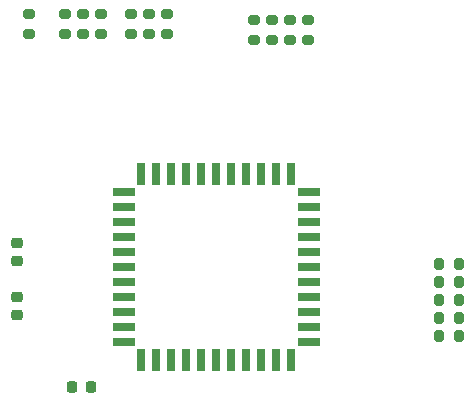
<source format=gtp>
G04 #@! TF.GenerationSoftware,KiCad,Pcbnew,(6.0.0)*
G04 #@! TF.CreationDate,2022-08-18T21:55:53-04:00*
G04 #@! TF.ProjectId,WD37C65 pi hat,57443337-4336-4352-9070-69206861742e,rev?*
G04 #@! TF.SameCoordinates,Original*
G04 #@! TF.FileFunction,Paste,Top*
G04 #@! TF.FilePolarity,Positive*
%FSLAX46Y46*%
G04 Gerber Fmt 4.6, Leading zero omitted, Abs format (unit mm)*
G04 Created by KiCad (PCBNEW (6.0.0)) date 2022-08-18 21:55:53*
%MOMM*%
%LPD*%
G01*
G04 APERTURE LIST*
G04 Aperture macros list*
%AMRoundRect*
0 Rectangle with rounded corners*
0 $1 Rounding radius*
0 $2 $3 $4 $5 $6 $7 $8 $9 X,Y pos of 4 corners*
0 Add a 4 corners polygon primitive as box body*
4,1,4,$2,$3,$4,$5,$6,$7,$8,$9,$2,$3,0*
0 Add four circle primitives for the rounded corners*
1,1,$1+$1,$2,$3*
1,1,$1+$1,$4,$5*
1,1,$1+$1,$6,$7*
1,1,$1+$1,$8,$9*
0 Add four rect primitives between the rounded corners*
20,1,$1+$1,$2,$3,$4,$5,0*
20,1,$1+$1,$4,$5,$6,$7,0*
20,1,$1+$1,$6,$7,$8,$9,0*
20,1,$1+$1,$8,$9,$2,$3,0*%
G04 Aperture macros list end*
%ADD10RoundRect,0.200000X-0.275000X0.200000X-0.275000X-0.200000X0.275000X-0.200000X0.275000X0.200000X0*%
%ADD11RoundRect,0.225000X-0.250000X0.225000X-0.250000X-0.225000X0.250000X-0.225000X0.250000X0.225000X0*%
%ADD12RoundRect,0.200000X-0.200000X-0.275000X0.200000X-0.275000X0.200000X0.275000X-0.200000X0.275000X0*%
%ADD13R,1.925000X0.700000*%
%ADD14R,0.700000X1.925000*%
%ADD15RoundRect,0.200000X0.200000X0.275000X-0.200000X0.275000X-0.200000X-0.275000X0.200000X-0.275000X0*%
%ADD16RoundRect,0.225000X0.225000X0.250000X-0.225000X0.250000X-0.225000X-0.250000X0.225000X-0.250000X0*%
G04 APERTURE END LIST*
D10*
X102616000Y-118301000D03*
X102616000Y-119951000D03*
X100076000Y-118301000D03*
X100076000Y-119951000D03*
D11*
X92964000Y-137655000D03*
X92964000Y-139205000D03*
D10*
X93980000Y-118301000D03*
X93980000Y-119951000D03*
X117602000Y-118809000D03*
X117602000Y-120459000D03*
D12*
X128715000Y-140970000D03*
X130365000Y-140970000D03*
D13*
X117717500Y-139700000D03*
X117717500Y-138430000D03*
X117717500Y-137160000D03*
X117717500Y-135890000D03*
X117717500Y-134620000D03*
X117717500Y-133350000D03*
D14*
X116205000Y-131837500D03*
X114935000Y-131837500D03*
X113665000Y-131837500D03*
X112395000Y-131837500D03*
X111125000Y-131837500D03*
X109855000Y-131837500D03*
X108585000Y-131837500D03*
X107315000Y-131837500D03*
X106045000Y-131837500D03*
X104775000Y-131837500D03*
X103505000Y-131837500D03*
D13*
X101992500Y-133350000D03*
X101992500Y-134620000D03*
X101992500Y-135890000D03*
X101992500Y-137160000D03*
X101992500Y-138430000D03*
X101992500Y-139700000D03*
X101992500Y-140970000D03*
X101992500Y-142240000D03*
X101992500Y-143510000D03*
X101992500Y-144780000D03*
X101992500Y-146050000D03*
D14*
X103505000Y-147562500D03*
X104775000Y-147562500D03*
X106045000Y-147562500D03*
X107315000Y-147562500D03*
X108585000Y-147562500D03*
X109855000Y-147562500D03*
X111125000Y-147562500D03*
X112395000Y-147562500D03*
X113665000Y-147562500D03*
X114935000Y-147562500D03*
X116205000Y-147562500D03*
D13*
X117717500Y-146050000D03*
X117717500Y-144780000D03*
X117717500Y-143510000D03*
X117717500Y-142240000D03*
X117717500Y-140970000D03*
D10*
X105664000Y-118301000D03*
X105664000Y-119951000D03*
X104140000Y-118301000D03*
X104140000Y-119951000D03*
X113030000Y-118809000D03*
X113030000Y-120459000D03*
X98552000Y-118301000D03*
X98552000Y-119951000D03*
X97028000Y-118301000D03*
X97028000Y-119951000D03*
D15*
X130365000Y-139446000D03*
X128715000Y-139446000D03*
D12*
X128715000Y-144018000D03*
X130365000Y-144018000D03*
D10*
X114554000Y-118809000D03*
X114554000Y-120459000D03*
D12*
X128715000Y-142494000D03*
X130365000Y-142494000D03*
D16*
X99200000Y-149860000D03*
X97650000Y-149860000D03*
D10*
X116078000Y-118809000D03*
X116078000Y-120459000D03*
D11*
X92964000Y-142227000D03*
X92964000Y-143777000D03*
D12*
X128715000Y-145542000D03*
X130365000Y-145542000D03*
M02*

</source>
